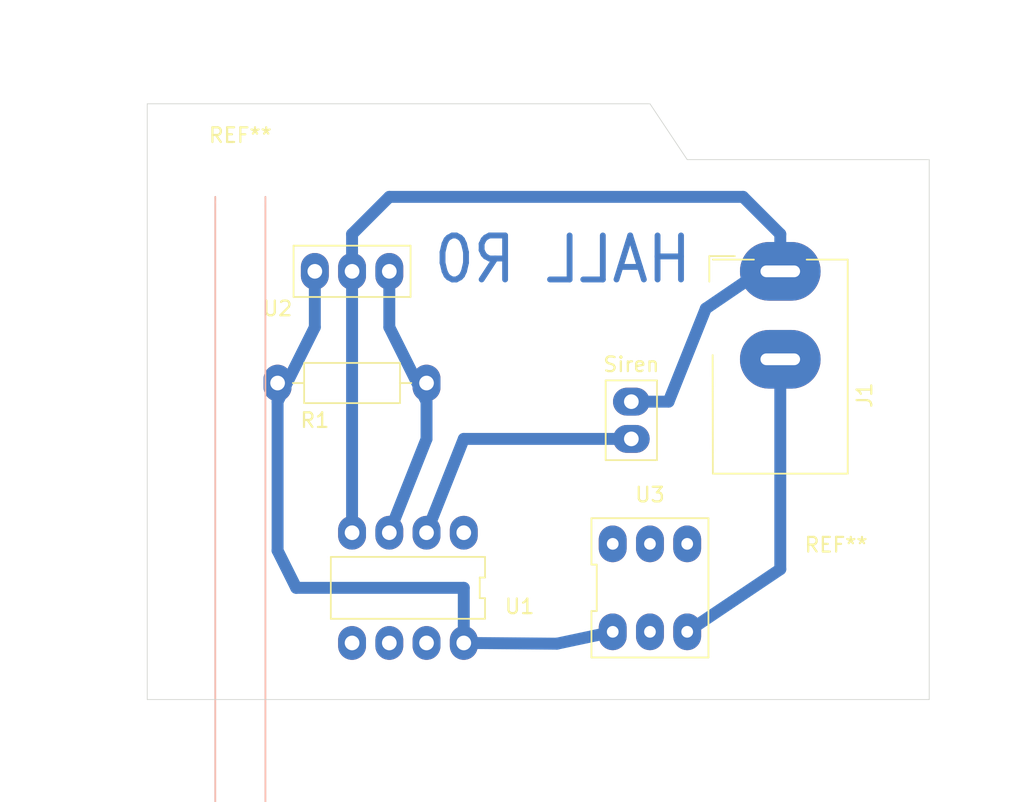
<source format=kicad_pcb>
(kicad_pcb (version 20171130) (host pcbnew "(5.1.5-0)")

  (general
    (thickness 1.6)
    (drawings 25)
    (tracks 25)
    (zones 0)
    (modules 8)
    (nets 15)
  )

  (page User 150.012 150.012)
  (title_block
    (title "TIny 13A Hall Alarm")
    (date 2019-12-31)
    (rev 0)
  )

  (layers
    (0 Top_Copper jumper hide)
    (31 Btm_Copper mixed)
    (37 F.SilkS user hide)
    (40 Dwgs.User user)
    (41 Cmts.User user)
    (42 Eco1.User user)
    (43 Eco2.User user hide)
    (44 Edge.Cuts user)
    (45 Margin user hide)
    (46 B.CrtYd user hide)
    (47 F.CrtYd user hide)
  )

  (setup
    (last_trace_width 0.813)
    (user_trace_width 0.2032)
    (user_trace_width 0.3048)
    (user_trace_width 0.4064)
    (user_trace_width 0.6096)
    (user_trace_width 0.8128)
    (user_trace_width 1.2192)
    (trace_clearance 0.2)
    (zone_clearance 0.508)
    (zone_45_only no)
    (trace_min 0.2)
    (via_size 1)
    (via_drill 0.8)
    (via_min_size 0.8)
    (via_min_drill 0.8)
    (uvia_size 0.3)
    (uvia_drill 0.1)
    (uvias_allowed no)
    (uvia_min_size 0.2)
    (uvia_min_drill 0.1)
    (edge_width 0.05)
    (segment_width 0.2)
    (pcb_text_width 0.3)
    (pcb_text_size 1.5 1.5)
    (mod_edge_width 0.12)
    (mod_text_size 1 1)
    (mod_text_width 0.15)
    (pad_size 3.2 3.2)
    (pad_drill 3.2)
    (pad_to_mask_clearance 0.051)
    (solder_mask_min_width 0.25)
    (aux_axis_origin 46.99 88.9)
    (grid_origin 52.07 83.82)
    (visible_elements FFFFFFBF)
    (pcbplotparams
      (layerselection 0x01c00_fffffffe)
      (usegerberextensions false)
      (usegerberattributes false)
      (usegerberadvancedattributes false)
      (creategerberjobfile false)
      (excludeedgelayer true)
      (linewidth 0.100000)
      (plotframeref false)
      (viasonmask false)
      (mode 1)
      (useauxorigin true)
      (hpglpennumber 1)
      (hpglpenspeed 20)
      (hpglpendiameter 15.000000)
      (psnegative false)
      (psa4output false)
      (plotreference true)
      (plotvalue true)
      (plotinvisibletext false)
      (padsonsilk false)
      (subtractmaskfromsilk false)
      (outputformat 1)
      (mirror false)
      (drillshape 0)
      (scaleselection 1)
      (outputdirectory "out_Alarm_Tiny13/"))
  )

  (net 0 "")
  (net 1 0)
  (net 2 "Net-(J1-Pad1)")
  (net 3 "Net-(LS1-Pad1)")
  (net 4 Vcc)
  (net 5 "Net-(U1-Pad1)")
  (net 6 "Net-(U1-Pad7)")
  (net 7 "Net-(U1-Pad6)")
  (net 8 "Net-(U1-Pad5)")
  (net 9 "Net-(U1-Pad8)")
  (net 10 "Net-(U3-Pad4)")
  (net 11 "Net-(U3-Pad2)")
  (net 12 "Net-(U3-Pad5)")
  (net 13 "Net-(U3-Pad6)")
  (net 14 "Net-(R1-Pad2)")

  (net_class Default "This is the default net class."
    (clearance 0.2)
    (trace_width 0.813)
    (via_dia 1)
    (via_drill 0.8)
    (uvia_dia 0.3)
    (uvia_drill 0.1)
    (add_net 0)
    (add_net "Net-(J1-Pad1)")
    (add_net "Net-(LS1-Pad1)")
    (add_net "Net-(R1-Pad2)")
    (add_net "Net-(U1-Pad1)")
    (add_net "Net-(U1-Pad5)")
    (add_net "Net-(U1-Pad6)")
    (add_net "Net-(U1-Pad7)")
    (add_net "Net-(U1-Pad8)")
    (add_net "Net-(U3-Pad2)")
    (add_net "Net-(U3-Pad4)")
    (add_net "Net-(U3-Pad5)")
    (add_net "Net-(U3-Pad6)")
    (add_net Vcc)
  )

  (module •My_Footprints:MountingHole_3.2mm_M3 (layer Top_Copper) (tedit 5E28DFEC) (tstamp 5E293332)
    (at 58.42 49.53)
    (descr "Mounting Hole 3.2mm, no annular, M3")
    (tags "mounting hole 3.2mm no annular m3")
    (attr virtual)
    (fp_text reference REF** (at 0 -4.2) (layer F.SilkS)
      (effects (font (size 1 1) (thickness 0.15)))
    )
    (fp_text value MountingHole_3.2mm_M3 (at 0 4.2) (layer F.Fab)
      (effects (font (size 1 1) (thickness 0.15)))
    )
    (fp_text user %R (at 0.3 0) (layer F.Fab)
      (effects (font (size 1 1) (thickness 0.15)))
    )
    (fp_circle (center 0 0) (end 3.2 0) (layer Cmts.User) (width 0.15))
    (fp_circle (center 0 0) (end 3.45 0) (layer F.CrtYd) (width 0.05))
    (pad "" np_thru_hole circle (at 0 0) (size 3.2 3.2) (drill 3.2) (layers *.Cu *.Mask))
  )

  (module •My_Footprints:MountingHole_3.2mm_M3 (layer Top_Copper) (tedit 5E28DEA2) (tstamp 5E2932F2)
    (at 99.06 77.47)
    (descr "Mounting Hole 3.2mm, no annular, M3")
    (tags "mounting hole 3.2mm no annular m3")
    (attr virtual)
    (fp_text reference REF** (at 0 -4.2) (layer F.SilkS)
      (effects (font (size 1 1) (thickness 0.15)))
    )
    (fp_text value MountingHole_3.2mm_M3 (at 0 4.2) (layer F.Fab)
      (effects (font (size 1 1) (thickness 0.15)))
    )
    (fp_text user %R (at 0.3 0) (layer F.Fab)
      (effects (font (size 1 1) (thickness 0.15)))
    )
    (fp_circle (center 0 0) (end 3.2 0) (layer Cmts.User) (width 0.15))
    (fp_circle (center 0 0) (end 3.45 0) (layer F.CrtYd) (width 0.05))
    (pad "" np_thru_hole circle (at 0 0) (size 3.2 3.2) (drill 3.2) (layers *.Cu *.Mask))
  )

  (module •My_Footprints:BarrelJack_wSlots (layer Top_Copper) (tedit 5E288F77) (tstamp 5E264A2C)
    (at 95.25 54.61)
    (tags "Power Jack")
    (fp_text reference J1 (at 5.75 8.45 -90) (layer F.SilkS)
      (effects (font (size 1 1) (thickness 0.15)))
    )
    (fp_text value Jack-DC (at 7.62 7.62 90) (layer F.Fab)
      (effects (font (size 1 1) (thickness 0.15)))
    )
    (fp_line (start -1.530439 6.512707) (end -1.530439 5.496707) (layer Eco1.User) (width 0.12))
    (fp_line (start 1.517561 6.512707) (end -1.530439 6.512707) (layer Eco1.User) (width 0.12))
    (fp_line (start 1.517561 5.496707) (end 1.517561 6.512707) (layer Eco1.User) (width 0.12))
    (fp_line (start -1.530439 5.496707) (end 1.517561 5.496707) (layer Eco1.User) (width 0.12))
    (fp_line (start -1.524 0.508) (end -1.524 -0.508) (layer Eco1.User) (width 0.12))
    (fp_line (start 1.524 0.508) (end -1.524 0.508) (layer Eco1.User) (width 0.12))
    (fp_line (start 1.524 -0.508) (end 1.524 0.508) (layer Eco1.User) (width 0.12))
    (fp_line (start -1.524 -0.508) (end 1.524 -0.508) (layer Eco1.User) (width 0.12))
    (fp_text user %R (at 0 6.5 -180) (layer F.Fab)
      (effects (font (size 1 1) (thickness 0.15)))
    )
    (fp_line (start 1.8 -1.8) (end 1.8 -1.2) (layer F.CrtYd) (width 0.05))
    (fp_line (start 1.8 -1.2) (end 5 -1.2) (layer F.CrtYd) (width 0.05))
    (fp_line (start 5 -1.2) (end 5 1.2) (layer F.CrtYd) (width 0.05))
    (fp_line (start 5 1.2) (end 5 14.2) (layer F.CrtYd) (width 0.05))
    (fp_line (start 5 14.2) (end -5 14.2) (layer F.CrtYd) (width 0.05))
    (fp_line (start -5 14.2) (end -5 -1.2) (layer F.CrtYd) (width 0.05))
    (fp_line (start -5 -1.2) (end -1.8 -1.2) (layer F.CrtYd) (width 0.05))
    (fp_line (start -1.8 -1.2) (end -1.8 -1.8) (layer F.CrtYd) (width 0.05))
    (fp_line (start -1.8 -1.8) (end 1.8 -1.8) (layer F.CrtYd) (width 0.05))
    (fp_line (start 4.6 13.8) (end -4.6 13.8) (layer F.SilkS) (width 0.12))
    (fp_line (start -4.6 -0.8) (end -1.8 -0.8) (layer F.SilkS) (width 0.12))
    (fp_line (start 1.8 -0.8) (end 4.6 -0.8) (layer F.SilkS) (width 0.12))
    (fp_line (start -4.84 0.7) (end -4.84 -1.04) (layer F.SilkS) (width 0.12))
    (fp_line (start -4.84 -1.04) (end -3.1 -1.04) (layer F.SilkS) (width 0.12))
    (fp_line (start -5.025 -0.7) (end -5.025 13.7) (layer F.Fab) (width 0.1))
    (fp_line (start 4.5 13.7) (end -4.5 13.7) (layer F.Fab) (width 0.1))
    (fp_line (start -4.5 13.7) (end -4.5 0.3) (layer F.Fab) (width 0.1))
    (fp_line (start -4.5 0.3) (end -3.5 -0.7) (layer F.Fab) (width 0.1))
    (fp_line (start -3.5 -0.7) (end 4.5 -0.7) (layer F.Fab) (width 0.1))
    (fp_line (start -4.5 10.2) (end 4.5 10.2) (layer F.Fab) (width 0.1))
    (fp_line (start 4.6 -0.8) (end 4.6 13.8) (layer F.SilkS) (width 0.12))
    (fp_line (start -4.6 13.8) (end -4.614375 5.714988) (layer F.SilkS) (width 0.12))
    (fp_line (start -1.36868 -0.391771) (end 1.322627 -0.37495) (layer Dwgs.User) (width 0.12))
    (fp_line (start 1.322627 -0.37495) (end 1.255344 0.3988) (layer Dwgs.User) (width 0.12))
    (fp_line (start 1.255344 0.3988) (end -1.36868 0.3988) (layer Dwgs.User) (width 0.12))
    (fp_line (start -1.36868 0.3988) (end -1.402322 -0.358129) (layer Dwgs.User) (width 0.12))
    (pad 1 thru_hole oval (at 0 0) (size 5.5 4) (drill oval 2.7 0.8) (layers *.Cu *.Mask))
    (pad 2 thru_hole oval (at 0 6) (size 5.5 4) (drill oval 2.7 0.8) (layers *.Cu *.Mask))
    (model ${KISYS3DMOD}/Connector_BarrelJack.3dshapes/BarrelJack
      (at (xyz 0 0 0))
      (scale (xyz 1 1 1))
      (rotate (xyz 0 0 0))
    )
  )

  (module •My_Footprints:DIP-8_296_ELL (layer Top_Copper) (tedit 5DF8875E) (tstamp 5E0C0903)
    (at 69.85 76.2 180)
    (descr "made this using the Wizard")
    (path /5E0B9BFE)
    (fp_text reference U1 (at -7.62 -1.27 180) (layer F.SilkS)
      (effects (font (size 1 1) (thickness 0.15)))
    )
    (fp_text value ATtiny13A-PU (at 0 -1.27) (layer F.Fab)
      (effects (font (size 1 1) (thickness 0.15)))
    )
    (fp_line (start -5.01 5.16) (end -5.01 -5.16) (layer F.CrtYd) (width 0.05))
    (fp_line (start 5.01 5.16) (end -5.01 5.16) (layer F.CrtYd) (width 0.05))
    (fp_line (start 5.01 -5.16) (end 5.01 5.16) (layer F.CrtYd) (width 0.05))
    (fp_line (start -5.01 -5.16) (end 5.01 -5.16) (layer F.CrtYd) (width 0.05))
    (fp_line (start -5.26 0.703333) (end -5.26 2.109999) (layer F.SilkS) (width 0.12))
    (fp_line (start -4.9 0.703333) (end -5.26 0.703333) (layer F.SilkS) (width 0.12))
    (fp_line (start -4.9 -0.703333) (end -4.9 0.703333) (layer F.SilkS) (width 0.12))
    (fp_line (start -5.26 -0.703333) (end -4.9 -0.703333) (layer F.SilkS) (width 0.12))
    (fp_line (start -5.26 -2.11) (end -5.26 -0.703333) (layer F.SilkS) (width 0.12))
    (fp_line (start 5.26 -2.109999) (end -5.26 -2.11) (layer F.SilkS) (width 0.12))
    (fp_line (start 5.26 2.11) (end 5.26 -2.109999) (layer F.SilkS) (width 0.12))
    (fp_line (start -5.26 2.109999) (end 5.26 2.11) (layer F.SilkS) (width 0.12))
    (pad 4 thru_hole oval (at 3.81 3.76 180) (size 1.9 2.3) (drill 1) (layers *.Cu *.Mask)
      (net 1 0))
    (pad 5 thru_hole oval (at 3.81 -3.76 180) (size 1.9 2.3) (drill 1) (layers *.Cu *.Mask)
      (net 8 "Net-(U1-Pad5)"))
    (pad 3 thru_hole oval (at 1.27 3.76 180) (size 1.9 2.3) (drill 1) (layers *.Cu *.Mask)
      (net 14 "Net-(R1-Pad2)"))
    (pad 6 thru_hole oval (at 1.27 -3.76 180) (size 1.9 2.3) (drill 1) (layers *.Cu *.Mask)
      (net 7 "Net-(U1-Pad6)"))
    (pad 2 thru_hole oval (at -1.27 3.76 180) (size 1.9 2.3) (drill 1) (layers *.Cu *.Mask)
      (net 3 "Net-(LS1-Pad1)"))
    (pad 7 thru_hole oval (at -1.27 -3.76 180) (size 1.9 2.3) (drill 1) (layers *.Cu *.Mask)
      (net 6 "Net-(U1-Pad7)"))
    (pad 1 thru_hole oval (at -3.81 3.76 180) (size 1.9 2.3) (drill 1) (layers *.Cu *.Mask)
      (net 5 "Net-(U1-Pad1)"))
    (pad 8 thru_hole oval (at -3.81 -3.76 180) (size 1.9 2.3) (drill 1) (layers *.Cu *.Mask)
      (net 9 "Net-(U1-Pad8)"))
  )

  (module •My_Footprints:SW_DPDT_XLX (layer Top_Copper) (tedit 5E0CD44B) (tstamp 5E0D396C)
    (at 86.36 76.2)
    (path /5E0D126E)
    (fp_text reference U3 (at 0 -6.35 180) (layer F.SilkS)
      (effects (font (size 1 1) (thickness 0.15)))
    )
    (fp_text value SW_DPDT_XLX (at 0 -6.985) (layer F.Fab)
      (effects (font (size 1 1) (thickness 0.15)))
    )
    (fp_line (start -3.74 4.5) (end -3.74 -4.5) (layer F.CrtYd) (width 0.05))
    (fp_line (start 3.74 4.5) (end -3.74 4.5) (layer F.CrtYd) (width 0.05))
    (fp_line (start 3.74 -4.5) (end 3.74 4.5) (layer F.CrtYd) (width 0.05))
    (fp_line (start -3.74 -4.5) (end 3.74 -4.5) (layer F.CrtYd) (width 0.05))
    (fp_line (start -3.99 1.583333) (end -3.99 4.75) (layer F.SilkS) (width 0.12))
    (fp_line (start -3.63 1.583333) (end -3.99 1.583333) (layer F.SilkS) (width 0.12))
    (fp_line (start -3.63 -1.583333) (end -3.63 1.583333) (layer F.SilkS) (width 0.12))
    (fp_line (start -3.99 -1.583333) (end -3.63 -1.583333) (layer F.SilkS) (width 0.12))
    (fp_line (start -3.989999 -4.75) (end -3.99 -1.583333) (layer F.SilkS) (width 0.12))
    (fp_line (start 3.99 -4.75) (end -3.989999 -4.75) (layer F.SilkS) (width 0.12))
    (fp_line (start 3.989999 4.75) (end 3.99 -4.75) (layer F.SilkS) (width 0.12))
    (fp_line (start -3.99 4.75) (end 3.989999 4.75) (layer F.SilkS) (width 0.12))
    (pad 3 thru_hole oval (at 2.54 3) (size 1.9 2.5) (drill 0.8) (layers *.Cu *.Mask)
      (net 2 "Net-(J1-Pad1)"))
    (pad 4 thru_hole oval (at 2.54 -3) (size 1.9 2.5) (drill 0.8) (layers *.Cu *.Mask)
      (net 10 "Net-(U3-Pad4)"))
    (pad 2 thru_hole oval (at 0 3) (size 1.9 2.5) (drill 0.8) (layers *.Cu *.Mask)
      (net 11 "Net-(U3-Pad2)"))
    (pad 5 thru_hole oval (at 0 -3) (size 1.9 2.5) (drill 0.8) (layers *.Cu *.Mask)
      (net 12 "Net-(U3-Pad5)"))
    (pad 1 thru_hole oval (at -2.54 3) (size 1.9 2.5) (drill 0.8) (layers *.Cu *.Mask)
      (net 9 "Net-(U1-Pad8)"))
    (pad 6 thru_hole oval (at -2.54 -3) (size 1.9 2.5) (drill 0.8) (layers *.Cu *.Mask)
      (net 13 "Net-(U3-Pad6)"))
  )

  (module •My_Footprints:SIP-2 (layer Top_Copper) (tedit 5E0BA116) (tstamp 5E0C08BE)
    (at 85.09 64.77 90)
    (path /5E0C00DD)
    (fp_text reference Siren (at 3.81 0 180) (layer F.SilkS)
      (effects (font (size 1 1) (thickness 0.15)))
    )
    (fp_text value Speaker (at 0 -2.75 90) (layer F.Fab)
      (effects (font (size 1 1) (thickness 0.15)))
    )
    (fp_line (start -2.72 -1.75) (end 2.72 -1.75) (layer F.SilkS) (width 0.12))
    (fp_line (start 2.72 -1.75) (end 2.72 1.75) (layer F.SilkS) (width 0.12))
    (fp_line (start 2.72 1.75) (end -2.72 1.75) (layer F.SilkS) (width 0.12))
    (fp_line (start -2.72 1.75) (end -2.72 -1.75) (layer F.SilkS) (width 0.12))
    (fp_line (start -2.47 -1.5) (end 2.47 -1.5) (layer F.CrtYd) (width 0.05))
    (fp_line (start 2.47 -1.5) (end 2.47 1.5) (layer F.CrtYd) (width 0.05))
    (fp_line (start 2.47 1.5) (end -2.47 1.5) (layer F.CrtYd) (width 0.05))
    (fp_line (start -2.47 1.5) (end -2.47 -1.5) (layer F.CrtYd) (width 0.05))
    (pad 1 thru_hole oval (at -1.27 0 90) (size 1.9 2.5) (drill 1) (layers *.Cu *.Mask)
      (net 3 "Net-(LS1-Pad1)"))
    (pad 2 thru_hole oval (at 1.27 0 90) (size 1.9 2.5) (drill 1) (layers *.Cu *.Mask)
      (net 1 0))
  )

  (module Resistor_THT:R_Axial_DIN0207_L6.3mm_D2.5mm_P10.16mm_Horizontal (layer Top_Copper) (tedit 5E0BC89D) (tstamp 5E0C08D5)
    (at 60.96 62.23)
    (descr "Resistor, Axial_DIN0207 series, Axial, Horizontal, pin pitch=10.16mm, 0.25W = 1/4W, length*diameter=6.3*2.5mm^2, http://cdn-reichelt.de/documents/datenblatt/B400/1_4W%23YAG.pdf")
    (tags "Resistor Axial_DIN0207 series Axial Horizontal pin pitch 10.16mm 0.25W = 1/4W length 6.3mm diameter 2.5mm")
    (path /5E0BC559)
    (fp_text reference R1 (at 2.54 2.54) (layer F.SilkS)
      (effects (font (size 1 1) (thickness 0.15)))
    )
    (fp_text value 10k (at 5.08 2.37) (layer F.Fab)
      (effects (font (size 1 1) (thickness 0.15)))
    )
    (fp_line (start 1.93 -1.25) (end 1.93 1.25) (layer F.Fab) (width 0.1))
    (fp_line (start 1.93 1.25) (end 8.23 1.25) (layer F.Fab) (width 0.1))
    (fp_line (start 8.23 1.25) (end 8.23 -1.25) (layer F.Fab) (width 0.1))
    (fp_line (start 8.23 -1.25) (end 1.93 -1.25) (layer F.Fab) (width 0.1))
    (fp_line (start 0 0) (end 1.93 0) (layer F.Fab) (width 0.1))
    (fp_line (start 10.16 0) (end 8.23 0) (layer F.Fab) (width 0.1))
    (fp_line (start 1.81 -1.37) (end 1.81 1.37) (layer F.SilkS) (width 0.12))
    (fp_line (start 1.81 1.37) (end 8.35 1.37) (layer F.SilkS) (width 0.12))
    (fp_line (start 8.35 1.37) (end 8.35 -1.37) (layer F.SilkS) (width 0.12))
    (fp_line (start 8.35 -1.37) (end 1.81 -1.37) (layer F.SilkS) (width 0.12))
    (fp_line (start 1.04 0) (end 1.81 0) (layer F.SilkS) (width 0.12))
    (fp_line (start 9.12 0) (end 8.35 0) (layer F.SilkS) (width 0.12))
    (fp_line (start -1.05 -1.5) (end -1.05 1.5) (layer F.CrtYd) (width 0.05))
    (fp_line (start -1.05 1.5) (end 11.21 1.5) (layer F.CrtYd) (width 0.05))
    (fp_line (start 11.21 1.5) (end 11.21 -1.5) (layer F.CrtYd) (width 0.05))
    (fp_line (start 11.21 -1.5) (end -1.05 -1.5) (layer F.CrtYd) (width 0.05))
    (fp_text user %R (at 5.08 0) (layer F.Fab)
      (effects (font (size 1 1) (thickness 0.15)))
    )
    (pad 1 thru_hole oval (at 0 0) (size 1.9 2.5) (drill 1) (layers *.Cu *.Mask)
      (net 4 Vcc))
    (pad 2 thru_hole oval (at 10.16 0) (size 1.9 2.5) (drill 1) (layers *.Cu *.Mask)
      (net 14 "Net-(R1-Pad2)"))
    (model ${KISYS3DMOD}/Resistor_THT.3dshapes/R_Axial_DIN0207_L6.3mm_D2.5mm_P10.16mm_Horizontal.wrl
      (at (xyz 0 0 0))
      (scale (xyz 1 1 1))
      (rotate (xyz 0 0 0))
    )
  )

  (module •My_Footprints:SIP-3 (layer Top_Copper) (tedit 5E0BA15A) (tstamp 5E0C0912)
    (at 66.04 54.61)
    (path /5E0BAC5E)
    (fp_text reference U2 (at -5.08 2.54) (layer F.SilkS)
      (effects (font (size 1 1) (thickness 0.15)))
    )
    (fp_text value HALL (at 0 -2.75) (layer F.Fab)
      (effects (font (size 1 1) (thickness 0.15)))
    )
    (fp_line (start -3.99 -1.75) (end 3.99 -1.75) (layer F.SilkS) (width 0.12))
    (fp_line (start 3.99 -1.75) (end 3.99 1.75) (layer F.SilkS) (width 0.12))
    (fp_line (start 3.99 1.75) (end -3.99 1.75) (layer F.SilkS) (width 0.12))
    (fp_line (start -3.99 1.75) (end -3.99 -1.75) (layer F.SilkS) (width 0.12))
    (fp_line (start -3.74 -1.5) (end 3.74 -1.5) (layer F.CrtYd) (width 0.05))
    (fp_line (start 3.74 -1.5) (end 3.74 1.5) (layer F.CrtYd) (width 0.05))
    (fp_line (start 3.74 1.5) (end -3.74 1.5) (layer F.CrtYd) (width 0.05))
    (fp_line (start -3.74 1.5) (end -3.74 -1.5) (layer F.CrtYd) (width 0.05))
    (pad 1 thru_hole oval (at -2.54 0) (size 1.9 2.5) (drill 1) (layers *.Cu *.Mask)
      (net 4 Vcc))
    (pad 2 thru_hole oval (at 0 0) (size 1.9 2.5) (drill 1) (layers *.Cu *.Mask)
      (net 1 0))
    (pad 3 thru_hole oval (at 2.54 0) (size 1.9 2.5) (drill 1) (layers *.Cu *.Mask)
      (net 14 "Net-(R1-Pad2)"))
  )

  (gr_line (start 105.41 83.82) (end 52.07 83.82) (layer Eco2.User) (width 0.15) (tstamp 5E290A7C))
  (gr_line (start 105.41 46.99) (end 105.41 83.82) (layer Eco2.User) (width 0.15))
  (gr_line (start 88.9 46.99) (end 105.41 46.99) (layer Eco2.User) (width 0.15))
  (gr_line (start 86.36 43.18) (end 88.9 46.99) (layer Eco2.User) (width 0.15))
  (gr_line (start 52.07 43.18) (end 86.36 43.18) (layer Eco2.User) (width 0.15))
  (gr_line (start 52.07 83.82) (end 52.07 43.18) (layer Eco2.User) (width 0.15))
  (dimension 6.35 (width 0.15) (layer Cmts.User)
    (gr_text "6.350 mm" (at 55.245 40.61) (layer Cmts.User)
      (effects (font (size 1 1) (thickness 0.15)) (justify left))
    )
    (feature1 (pts (xy 52.07 49.529999) (xy 52.07 41.323579)))
    (feature2 (pts (xy 58.42 49.529999) (xy 58.42 41.323579)))
    (crossbar (pts (xy 58.42 41.91) (xy 52.07 41.91)))
    (arrow1a (pts (xy 52.07 41.91) (xy 53.196504 41.323579)))
    (arrow1b (pts (xy 52.07 41.91) (xy 53.196504 42.496421)))
    (arrow2a (pts (xy 58.42 41.91) (xy 57.293496 41.323579)))
    (arrow2b (pts (xy 58.42 41.91) (xy 57.293496 42.496421)))
  )
  (dimension 3.81 (width 0.15) (layer Cmts.User)
    (gr_text "3.810 mm" (at 110.52 45.085 270) (layer Cmts.User)
      (effects (font (size 1 1) (thickness 0.15)))
    )
    (feature1 (pts (xy 90.17 46.99) (xy 109.806421 46.99)))
    (feature2 (pts (xy 90.17 43.18) (xy 109.806421 43.18)))
    (crossbar (pts (xy 109.22 43.18) (xy 109.22 46.99)))
    (arrow1a (pts (xy 109.22 46.99) (xy 108.633579 45.863496)))
    (arrow1b (pts (xy 109.22 46.99) (xy 109.806421 45.863496)))
    (arrow2a (pts (xy 109.22 43.18) (xy 108.633579 44.306504)))
    (arrow2b (pts (xy 109.22 43.18) (xy 109.806421 44.306504)))
  )
  (dimension 6.35 (width 0.15) (layer Cmts.User)
    (gr_text "6.350 mm" (at 102.235 87.025) (layer Cmts.User)
      (effects (font (size 1 1) (thickness 0.15)))
    )
    (feature1 (pts (xy 105.41 77.47) (xy 105.41 86.311421)))
    (feature2 (pts (xy 99.06 77.47) (xy 99.06 86.311421)))
    (crossbar (pts (xy 99.06 85.725) (xy 105.41 85.725)))
    (arrow1a (pts (xy 105.41 85.725) (xy 104.283496 86.311421)))
    (arrow1b (pts (xy 105.41 85.725) (xy 104.283496 85.138579)))
    (arrow2a (pts (xy 99.06 85.725) (xy 100.186504 86.311421)))
    (arrow2b (pts (xy 99.06 85.725) (xy 100.186504 85.138579)))
  )
  (dimension 6.35 (width 0.15) (layer Cmts.User)
    (gr_text "6.350 mm" (at 107.979999 80.645 270) (layer Cmts.User)
      (effects (font (size 1 1) (thickness 0.15)) (justify right))
    )
    (feature1 (pts (xy 99.06 83.82) (xy 107.26642 83.82)))
    (feature2 (pts (xy 99.06 77.47) (xy 107.26642 77.47)))
    (crossbar (pts (xy 106.679999 77.47) (xy 106.679999 83.82)))
    (arrow1a (pts (xy 106.679999 83.82) (xy 106.093578 82.693496)))
    (arrow1b (pts (xy 106.679999 83.82) (xy 107.26642 82.693496)))
    (arrow2a (pts (xy 106.679999 77.47) (xy 106.093578 78.596504)))
    (arrow2b (pts (xy 106.679999 77.47) (xy 107.26642 78.596504)))
  )
  (dimension 34.29 (width 0.15) (layer Cmts.User)
    (gr_text "34.290 mm" (at 48.865001 66.675 270) (layer Cmts.User)
      (effects (font (size 1 1) (thickness 0.15)))
    )
    (feature1 (pts (xy 58.42 83.82) (xy 49.57858 83.82)))
    (feature2 (pts (xy 58.42 49.53) (xy 49.57858 49.53)))
    (crossbar (pts (xy 50.165001 49.53) (xy 50.165001 83.82)))
    (arrow1a (pts (xy 50.165001 83.82) (xy 49.57858 82.693496)))
    (arrow1b (pts (xy 50.165001 83.82) (xy 50.751422 82.693496)))
    (arrow2a (pts (xy 50.165001 49.53) (xy 49.57858 50.656504)))
    (arrow2b (pts (xy 50.165001 49.53) (xy 50.751422 50.656504)))
  )
  (dimension 3.41877 (width 0.15) (layer Cmts.User)
    (gr_text "3.419 mm" (at 58.42 45.69) (layer Cmts.User)
      (effects (font (size 1 1) (thickness 0.15)))
    )
    (feature1 (pts (xy 60.129385 49.53) (xy 60.129385 46.403579)))
    (feature2 (pts (xy 56.710615 49.53) (xy 56.710615 46.403579)))
    (crossbar (pts (xy 56.710615 46.99) (xy 60.129385 46.99)))
    (arrow1a (pts (xy 60.129385 46.99) (xy 59.002881 47.576421)))
    (arrow1b (pts (xy 60.129385 46.99) (xy 59.002881 46.403579)))
    (arrow2a (pts (xy 56.710615 46.99) (xy 57.837119 47.576421)))
    (arrow2b (pts (xy 56.710615 46.99) (xy 57.837119 46.403579)))
  )
  (dimension 3.41877 (width 0.12) (layer B.SilkS)
    (gr_text "3.419 mm" (at 58.42 106.68) (layer B.SilkS)
      (effects (font (size 1 1) (thickness 0.15)))
    )
    (feature1 (pts (xy 60.129385 49.53) (xy 60.129385 105.996421)))
    (feature2 (pts (xy 56.710615 49.53) (xy 56.710615 105.996421)))
    (crossbar (pts (xy 56.710615 105.41) (xy 60.129385 105.41)))
    (arrow1a (pts (xy 60.129385 105.41) (xy 59.002881 105.996421)))
    (arrow1b (pts (xy 60.129385 105.41) (xy 59.002881 104.823579)))
    (arrow2a (pts (xy 56.710615 105.41) (xy 57.837119 105.996421)))
    (arrow2b (pts (xy 56.710615 105.41) (xy 57.837119 104.823579)))
  )
  (dimension 19.05 (width 0.15) (layer Cmts.User)
    (gr_text "19.050 mm" (at 95.885 36.800001) (layer Cmts.User)
      (effects (font (size 1 1) (thickness 0.15)))
    )
    (feature1 (pts (xy 86.36 46.99) (xy 86.36 37.51358)))
    (feature2 (pts (xy 105.41 46.99) (xy 105.41 37.51358)))
    (crossbar (pts (xy 105.41 38.100001) (xy 86.36 38.100001)))
    (arrow1a (pts (xy 86.36 38.100001) (xy 87.486504 37.51358)))
    (arrow1b (pts (xy 86.36 38.100001) (xy 87.486504 38.686422)))
    (arrow2a (pts (xy 105.41 38.100001) (xy 104.283496 37.51358)))
    (arrow2b (pts (xy 105.41 38.100001) (xy 104.283496 38.686422)))
  )
  (dimension 34.29 (width 0.15) (layer Cmts.User)
    (gr_text "34.290 mm" (at 69.215 36.8) (layer Cmts.User)
      (effects (font (size 1 1) (thickness 0.15)))
    )
    (feature1 (pts (xy 86.36 43.18) (xy 86.36 37.513579)))
    (feature2 (pts (xy 52.07 43.18) (xy 52.07 37.513579)))
    (crossbar (pts (xy 52.07 38.1) (xy 86.36 38.1)))
    (arrow1a (pts (xy 86.36 38.1) (xy 85.233496 38.686421)))
    (arrow1b (pts (xy 86.36 38.1) (xy 85.233496 37.513579)))
    (arrow2a (pts (xy 52.07 38.1) (xy 53.196504 38.686421)))
    (arrow2b (pts (xy 52.07 38.1) (xy 53.196504 37.513579)))
  )
  (dimension 40.64 (width 0.15) (layer Cmts.User)
    (gr_text "40.640 mm" (at 45.690001 63.5 270) (layer Cmts.User)
      (effects (font (size 1 1) (thickness 0.15)))
    )
    (feature1 (pts (xy 52.07 83.82) (xy 46.40358 83.82)))
    (feature2 (pts (xy 52.07 43.18) (xy 46.40358 43.18)))
    (crossbar (pts (xy 46.990001 43.18) (xy 46.990001 83.82)))
    (arrow1a (pts (xy 46.990001 83.82) (xy 46.40358 82.693496)))
    (arrow1b (pts (xy 46.990001 83.82) (xy 47.576422 82.693496)))
    (arrow2a (pts (xy 46.990001 43.18) (xy 46.40358 44.306504)))
    (arrow2b (pts (xy 46.990001 43.18) (xy 47.576422 44.306504)))
  )
  (dimension 36.83 (width 0.15) (layer Cmts.User)
    (gr_text "36.830 mm" (at 110.52 65.405 270) (layer Cmts.User)
      (effects (font (size 1 1) (thickness 0.15)))
    )
    (feature1 (pts (xy 105.41 83.82) (xy 109.806421 83.82)))
    (feature2 (pts (xy 105.41 46.99) (xy 109.806421 46.99)))
    (crossbar (pts (xy 109.22 46.99) (xy 109.22 83.82)))
    (arrow1a (pts (xy 109.22 83.82) (xy 108.633579 82.693496)))
    (arrow1b (pts (xy 109.22 83.82) (xy 109.806421 82.693496)))
    (arrow2a (pts (xy 109.22 46.99) (xy 108.633579 48.116504)))
    (arrow2b (pts (xy 109.22 46.99) (xy 109.806421 48.116504)))
  )
  (gr_line (start 52.07 43.18) (end 86.36 43.18) (layer Edge.Cuts) (width 0.05) (tstamp 5E0F5021))
  (gr_line (start 88.9 46.99) (end 105.41 46.99) (layer Edge.Cuts) (width 0.05))
  (gr_line (start 86.36 43.18) (end 88.9 46.99) (layer Edge.Cuts) (width 0.05))
  (dimension 53.34 (width 0.15) (layer Cmts.User)
    (gr_text "53.340 mm" (at 78.74 91.47) (layer Cmts.User)
      (effects (font (size 1 1) (thickness 0.15)))
    )
    (feature1 (pts (xy 105.41 83.820001) (xy 105.41 90.756421)))
    (feature2 (pts (xy 52.07 83.820001) (xy 52.07 90.756421)))
    (crossbar (pts (xy 52.07 90.17) (xy 105.41 90.17)))
    (arrow1a (pts (xy 105.41 90.17) (xy 104.283496 90.756421)))
    (arrow1b (pts (xy 105.41 90.17) (xy 104.283496 89.583579)))
    (arrow2a (pts (xy 52.07 90.17) (xy 53.196504 90.756421)))
    (arrow2b (pts (xy 52.07 90.17) (xy 53.196504 89.583579)))
  )
  (gr_text "HALL R0" (at 89.408 53.7972) (layer Btm_Copper)
    (effects (font (size 3 2.8) (thickness 0.4)) (justify left mirror))
  )
  (gr_line (start 52.07 83.82) (end 52.07 43.18) (layer Edge.Cuts) (width 0.05) (tstamp 5E0C1182))
  (gr_line (start 105.41 83.82) (end 52.07 83.82) (layer Edge.Cuts) (width 0.05))
  (gr_line (start 105.41 46.99) (end 105.41 83.82) (layer Edge.Cuts) (width 0.05))

  (segment (start 95.25 54.96) (end 95.25 52.07) (width 0.813) (layer Btm_Copper) (net 1))
  (segment (start 95.25 52.07) (end 92.71 49.53) (width 0.813) (layer Btm_Copper) (net 1))
  (segment (start 92.71 49.53) (end 68.58 49.53) (width 0.813) (layer Btm_Copper) (net 1))
  (segment (start 68.58 49.53) (end 66.04 52.07) (width 0.813) (layer Btm_Copper) (net 1))
  (segment (start 66.04 52.07) (end 66.04 54.61) (width 0.813) (layer Btm_Copper) (net 1))
  (segment (start 66.04 54.61) (end 66.04 72.44) (width 0.813) (layer Btm_Copper) (net 1))
  (segment (start 85.09 63.5) (end 87.63 63.5) (width 0.813) (layer Btm_Copper) (net 1))
  (segment (start 87.63 63.5) (end 90.17 57.15) (width 0.813) (layer Btm_Copper) (net 1))
  (segment (start 90.17 57.15) (end 95.25 53.69) (width 0.813) (layer Btm_Copper) (net 1))
  (segment (start 95.25 60.96) (end 95.25 74.93) (width 0.813) (layer Btm_Copper) (net 2))
  (segment (start 95.25 74.93) (end 88.9 79.2) (width 0.813) (layer Btm_Copper) (net 2))
  (segment (start 71.12 72.44) (end 73.66 66.04) (width 0.813) (layer Btm_Copper) (net 3))
  (segment (start 73.66 66.04) (end 85.09 66.04) (width 0.813) (layer Btm_Copper) (net 3))
  (segment (start 60.96 63.5) (end 63.5 58.42) (width 0.813) (layer Btm_Copper) (net 4))
  (segment (start 63.5 58.42) (end 63.5 54.61) (width 0.813) (layer Btm_Copper) (net 4))
  (segment (start 83.82 79.2) (end 80.01 80.01) (width 0.813) (layer Btm_Copper) (net 9))
  (segment (start 80.01 80.01) (end 73.66 79.96) (width 0.813) (layer Btm_Copper) (net 9))
  (segment (start 73.66 79.96) (end 73.66 76.2) (width 0.813) (layer Btm_Copper) (net 9))
  (segment (start 73.66 76.2) (end 62.23 76.2) (width 0.813) (layer Btm_Copper) (net 9))
  (segment (start 62.23 76.2) (end 60.96 73.66) (width 0.813) (layer Btm_Copper) (net 9))
  (segment (start 60.96 73.66) (end 60.96 63.5) (width 0.813) (layer Btm_Copper) (net 9))
  (segment (start 68.58 54.61) (end 68.58 58.42) (width 0.813) (layer Btm_Copper) (net 14))
  (segment (start 68.58 58.42) (end 71.12 63.5) (width 0.813) (layer Btm_Copper) (net 14))
  (segment (start 71.12 63.5) (end 71.12 66.04) (width 0.813) (layer Btm_Copper) (net 14))
  (segment (start 71.12 66.04) (end 68.58 72.44) (width 0.813) (layer Btm_Copper) (net 14))

)

</source>
